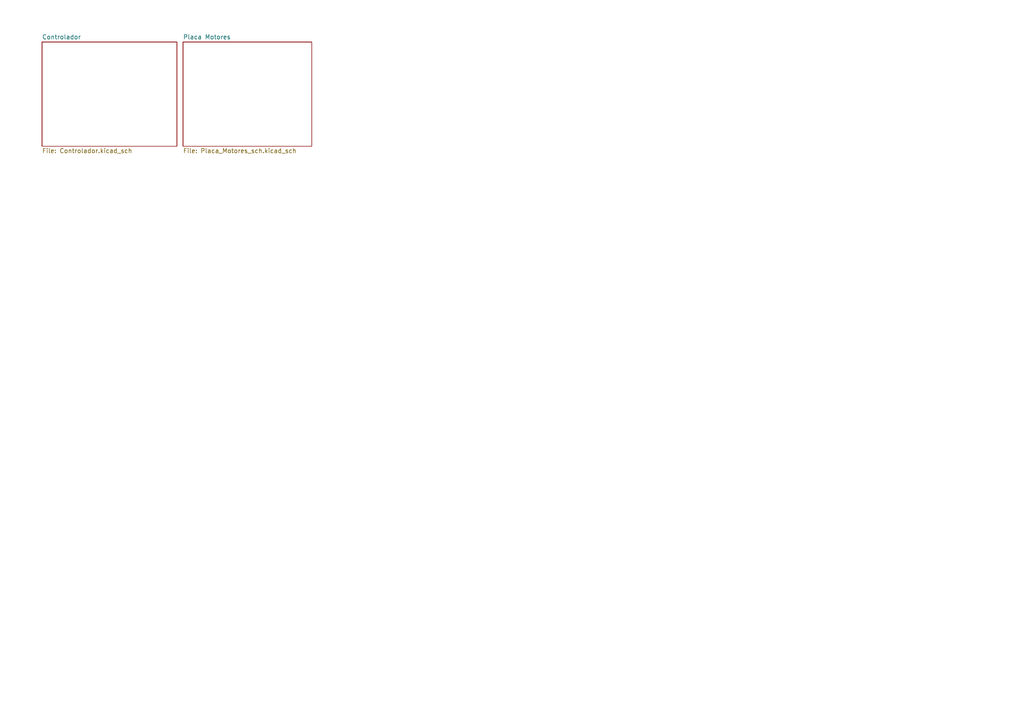
<source format=kicad_sch>
(kicad_sch (version 20211123) (generator eeschema)
  (paper "A4")
  (lib_symbols)
  (sheet (at 12.192 12.192) (size 39.116 30.226) (stroke (width 0.1524))
    (property "Sheet name" "Controlador" (at 12.192 11.4804 0) (effects (justify left bottom)))
    (property "Sheet file" "Controlador.kicad_sch" (at 12.192 43.0026 0) (effects (justify left top)))
  )
  (sheet (at 53.086 12.192) (size 37.338 30.226) (stroke (width 0.1524))
    (property "Sheet name" "Placa Motores" (at 53.086 11.4804 0) (effects (justify left bottom)))
    (property "Sheet file" "Placa_Motores_sch.kicad_sch" (at 53.086 43.0026 0) (effects (justify left top)))
  )
)
</source>
